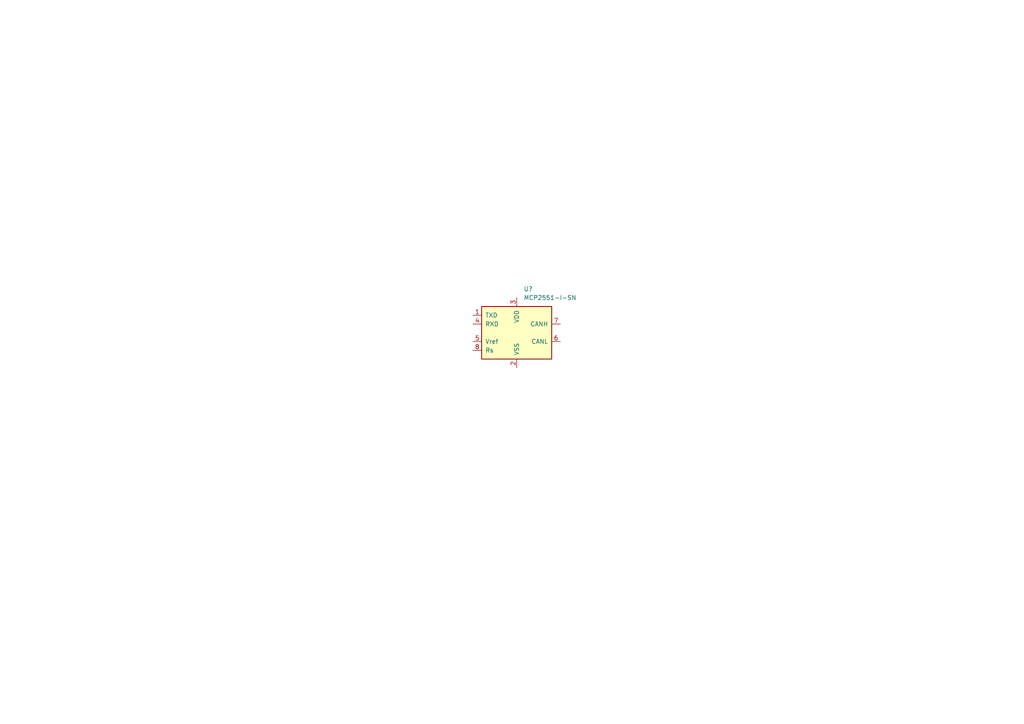
<source format=kicad_sch>
(kicad_sch (version 20211123) (generator eeschema)
  (paper "A4")
  (title_block (date "2022-02-21") (rev "1.0.0"))
  (lib_symbols
    (symbol "Interface_CAN_LIN:MCP2551-I-SN" (pin_names (offset 1.016))
      (property "Reference" "U" (at -10.16 8.89 0))
      (property "Value" "MCP2551-I-SN" (at 2.54 8.89 0))
      (symbol "MCP2551-I-SN_0_1"
        (rectangle (start -10.16 7.62) (end 10.16 -7.62) (stroke (width 0.254)) (fill (type background)))
      )
      (symbol "MCP2551-I-SN_1_1"
        (pin input line (at -12.7 5.08 0) (length 2.54) (name "TXD") (number "1"))
        (pin power_in line (at 0 -10.16 90) (length 2.54) (name "VSS") (number "2"))
        (pin power_in line (at 0 10.16 270) (length 2.54) (name "VDD") (number "3"))
        (pin output line (at -12.7 2.54 0) (length 2.54) (name "RXD") (number "4"))
        (pin power_out line (at -12.7 -2.54 0) (length 2.54) (name "Vref") (number "5"))
        (pin bidirectional line (at 12.7 -2.54 180) (length 2.54) (name "CANL") (number "6"))
        (pin bidirectional line (at 12.7 2.54 180) (length 2.54) (name "CANH") (number "7"))
        (pin input line (at -12.7 -5.08 0) (length 2.54) (name "Rs") (number "8"))
      )
    )
  )
  (symbol (lib_id "Interface_CAN_LIN:MCP2551-I-SN") (at 149.86 96.52 0) (unit 1)
    (property "Reference" "U?" (at 151.8794 83.82 0) (effects (justify left)))
    (property "Value" "MCP2551-I-SN" (at 151.8794 86.36 0) (effects (justify left)))
    (property "Footprint" "Package_SO:SOIC-8_3.9x4.9mm_P1.27mm" (effects hide))
    (property "Datasheet" "http://ww1.microchip.com/downloads/en/devicedoc/21667d.pdf" (effects hide))
  )
)
</source>
